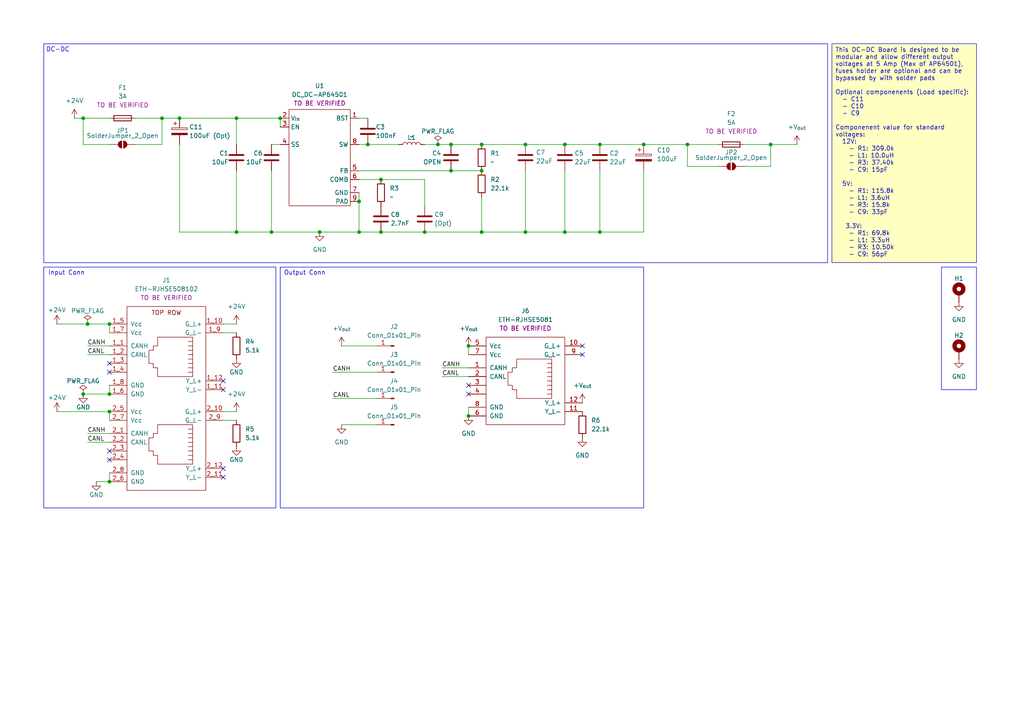
<source format=kicad_sch>
(kicad_sch (version 20231120) (generator "eeschema") (generator_version "8.0")
  (paper "A4")
  (lib_symbols
    (symbol "0_RoverLibrary:DC_DC-AP64501"
      (property "Reference" "U" (at 0 1.016 0))
      (property "Value" "DC_DC-AP64501" (at 0 -0.508 0))
      (property "STATUS" "TO BE VERIFIED" (at 0 -2.286 0))
      (symbol "DC_DC-AP64501_0_1"
        (rectangle (start -8.89 -3.81) (end 8.89 -31.75))
      )
      (symbol "DC_DC-AP64501_1_1"
        (pin passive line (at 11.43 -6.35 180) (length 2.54) (name "BST") (number "1"))
        (pin power_in line (at -11.43 -6.35 0) (length 2.54) (name "V_{in}") (number "2"))
        (pin input line (at -11.43 -8.89 0) (length 2.54) (name "EN") (number "3"))
        (pin passive line (at -11.43 -13.97 0) (length 2.54) (name "SS") (number "4"))
        (pin input line (at 11.43 -21.59 180) (length 2.54) (name "FB") (number "5"))
        (pin passive line (at 11.43 -24.13 180) (length 2.54) (name "COMB") (number "6"))
        (pin power_in line (at 11.43 -27.94 180) (length 2.54) (name "GND") (number "7"))
        (pin power_out line (at 11.43 -13.97 180) (length 2.54) (name "SW") (number "8"))
        (pin power_in line (at 11.43 -30.48 180) (length 2.54) (name "PAD") (number "9"))
      )
    )
    (symbol "0_RoverLibrary:ETH-RJHSE5081" (pin_names (offset 1.016))
      (property "Reference" "J" (at 0 9.144 0))
      (property "Value" "ETH-RJHSE5081" (at 0 6.858 0))
      (property "STATUS" "TO BE VERIFIED" (at 0.254 11.43 0))
      (symbol "ETH-RJHSE5081_0_1"
        (polyline (pts (xy 6.35 -3.81) (xy 7.62 -3.81)))
        (polyline (pts (xy 6.35 -2.54) (xy 7.62 -2.54)))
        (polyline (pts (xy 6.35 -5.08) (xy 7.62 -5.08) (xy 7.62 -5.08)))
        (polyline (pts (xy 7.62 -11.43) (xy 6.35 -11.43) (xy 6.35 -11.43)))
        (polyline (pts (xy 7.62 -10.16) (xy 6.35 -10.16) (xy 6.35 -10.16)))
        (polyline (pts (xy 7.62 -8.89) (xy 6.35 -8.89) (xy 6.35 -8.89)))
        (polyline (pts (xy 7.62 -7.62) (xy 6.35 -7.62) (xy 6.35 -7.62)))
        (polyline (pts (xy 7.62 -6.35) (xy 6.35 -6.35) (xy 6.35 -6.35)))
        (polyline (pts (xy 7.62 -12.7) (xy 7.62 -1.27) (xy -2.54 -1.27) (xy -2.54 -3.81) (xy -3.81 -3.81) (xy -3.81 -5.08) (xy -5.08 -5.08) (xy -5.08 -8.89) (xy -3.81 -8.89) (xy -3.81 -10.16) (xy -2.54 -10.16) (xy -2.54 -12.7) (xy 7.62 -12.7) (xy 7.62 -12.7)))
      )
      (symbol "ETH-RJHSE5081_1_1"
        (rectangle (start -11.43 5.08) (end 11.43 -20.32))
        (pin passive line (at -16.51 -3.81 0) (length 5.08) (name "CANH") (number "1"))
        (pin passive line (at 16.51 2.54 180) (length 5.08) (name "G_L+") (number "10"))
        (pin passive line (at 16.51 -16.51 180) (length 5.08) (name "Y_L-") (number "11"))
        (pin passive line (at 16.51 -13.97 180) (length 5.08) (name "Y_L+") (number "12"))
        (pin passive line (at -16.51 -6.35 0) (length 5.08) (name "CANL") (number "2"))
        (pin passive line (at -16.51 -8.89 0) (length 5.08) (name "~") (number "3"))
        (pin passive line (at -16.51 -11.43 0) (length 5.08) (name "~") (number "4"))
        (pin passive line (at -16.51 2.54 0) (length 5.08) (name "Vcc") (number "5"))
        (pin passive line (at -16.51 -17.78 0) (length 5.08) (name "GND") (number "6"))
        (pin passive line (at -16.51 0 0) (length 5.08) (name "Vcc") (number "7"))
        (pin passive line (at -16.51 -15.24 0) (length 5.08) (name "GND") (number "8"))
        (pin passive line (at 16.51 0 180) (length 5.08) (name "G_L-") (number "9"))
      )
    )
    (symbol "0_RoverLibrary:ETH-RJHSE508102" (pin_names (offset 1.016))
      (property "Reference" "J" (at 0 11.684 0))
      (property "Value" "ETH-RJHSE508102" (at 0 9.398 0))
      (property "STATUS" "TO BE VERIFIED" (at 0.254 13.97 0))
      (symbol "ETH-RJHSE508102_0_1"
        (polyline (pts (xy 6.35 -29.21) (xy 7.62 -29.21)))
        (polyline (pts (xy 6.35 -27.94) (xy 7.62 -27.94)))
        (polyline (pts (xy 6.35 -3.81) (xy 7.62 -3.81)))
        (polyline (pts (xy 6.35 -2.54) (xy 7.62 -2.54)))
        (polyline (pts (xy 6.35 -30.48) (xy 7.62 -30.48) (xy 7.62 -30.48)))
        (polyline (pts (xy 6.35 -5.08) (xy 7.62 -5.08) (xy 7.62 -5.08)))
        (polyline (pts (xy 7.62 -36.83) (xy 6.35 -36.83) (xy 6.35 -36.83)))
        (polyline (pts (xy 7.62 -35.56) (xy 6.35 -35.56) (xy 6.35 -35.56)))
        (polyline (pts (xy 7.62 -34.29) (xy 6.35 -34.29) (xy 6.35 -34.29)))
        (polyline (pts (xy 7.62 -33.02) (xy 6.35 -33.02) (xy 6.35 -33.02)))
        (polyline (pts (xy 7.62 -31.75) (xy 6.35 -31.75) (xy 6.35 -31.75)))
        (polyline (pts (xy 7.62 -11.43) (xy 6.35 -11.43) (xy 6.35 -11.43)))
        (polyline (pts (xy 7.62 -10.16) (xy 6.35 -10.16) (xy 6.35 -10.16)))
        (polyline (pts (xy 7.62 -8.89) (xy 6.35 -8.89) (xy 6.35 -8.89)))
        (polyline (pts (xy 7.62 -7.62) (xy 6.35 -7.62) (xy 6.35 -7.62)))
        (polyline (pts (xy 7.62 -6.35) (xy 6.35 -6.35) (xy 6.35 -6.35)))
        (polyline (pts (xy 7.62 -38.1) (xy 7.62 -26.67) (xy -2.54 -26.67) (xy -2.54 -29.21) (xy -3.81 -29.21) (xy -3.81 -30.48) (xy -5.08 -30.48) (xy -5.08 -34.29) (xy -3.81 -34.29) (xy -3.81 -35.56) (xy -2.54 -35.56) (xy -2.54 -38.1) (xy 7.62 -38.1) (xy 7.62 -38.1)))
        (polyline (pts (xy 7.62 -12.7) (xy 7.62 -1.27) (xy -2.54 -1.27) (xy -2.54 -3.81) (xy -3.81 -3.81) (xy -3.81 -5.08) (xy -5.08 -5.08) (xy -5.08 -8.89) (xy -3.81 -8.89) (xy -3.81 -10.16) (xy -2.54 -10.16) (xy -2.54 -12.7) (xy 7.62 -12.7) (xy 7.62 -12.7)))
      )
      (symbol "ETH-RJHSE508102_1_1"
        (rectangle (start -11.43 7.62) (end 11.43 -45.72))
        (text "TOP ROW" (at 0 5.842 0) (effects (font (size 1.27 1.27))))
        (pin passive line (at -16.51 -3.81 0) (length 5.08) (name "CANH") (number "1_1"))
        (pin passive line (at 16.51 2.54 180) (length 5.08) (name "G_L+") (number "1_10"))
        (pin passive line (at 16.51 -16.51 180) (length 5.08) (name "Y_L-") (number "1_11"))
        (pin passive line (at 16.51 -13.97 180) (length 5.08) (name "Y_L+") (number "1_12"))
        (pin passive line (at -16.51 -6.35 0) (length 5.08) (name "CANL") (number "1_2"))
        (pin passive line (at -16.51 -8.89 0) (length 5.08) (name "~") (number "1_3"))
        (pin passive line (at -16.51 -11.43 0) (length 5.08) (name "~") (number "1_4"))
        (pin passive line (at -16.51 2.54 0) (length 5.08) (name "Vcc") (number "1_5"))
        (pin passive line (at -16.51 -17.78 0) (length 5.08) (name "GND") (number "1_6"))
        (pin passive line (at -16.51 0 0) (length 5.08) (name "Vcc") (number "1_7"))
        (pin passive line (at -16.51 -15.24 0) (length 5.08) (name "GND") (number "1_8"))
        (pin passive line (at 16.51 0 180) (length 5.08) (name "G_L-") (number "1_9"))
        (pin passive line (at -16.51 -29.21 0) (length 5.08) (name "CANH") (number "2_1"))
        (pin passive line (at 16.51 -22.86 180) (length 5.08) (name "G_L+") (number "2_10"))
        (pin passive line (at 16.51 -41.91 180) (length 5.08) (name "Y_L-") (number "2_11"))
        (pin passive line (at 16.51 -39.37 180) (length 5.08) (name "Y_L+") (number "2_12"))
        (pin passive line (at -16.51 -31.75 0) (length 5.08) (name "CANL") (number "2_2"))
        (pin passive line (at -16.51 -34.29 0) (length 5.08) (name "~") (number "2_3"))
        (pin passive line (at -16.51 -36.83 0) (length 5.08) (name "~") (number "2_4"))
        (pin passive line (at -16.51 -22.86 0) (length 5.08) (name "Vcc") (number "2_5"))
        (pin passive line (at -16.51 -43.18 0) (length 5.08) (name "GND") (number "2_6"))
        (pin passive line (at -16.51 -25.4 0) (length 5.08) (name "Vcc") (number "2_7"))
        (pin passive line (at -16.51 -40.64 0) (length 5.08) (name "GND") (number "2_8"))
        (pin passive line (at 16.51 -25.4 180) (length 5.08) (name "G_L-") (number "2_9"))
      )
    )
    (symbol "0_RoverLibrary:FuseHolder-3588-20" (pin_numbers hide) (pin_names (offset 0))
      (property "Reference" "F" (at 2.032 0 90))
      (property "Value" "FuseHolder-3588-20" (at -1.905 0 90))
      (property "STATUS" "TO BE VERIFIED" (at -4.064 -0.254 90))
      (symbol "FuseHolder-3588-20_0_1"
        (rectangle (start -0.762 2.54) (end 0.762 -2.54) (stroke (width 0.254)))
        (polyline (pts (xy 0 2.54) (xy 0 -2.54)))
      )
      (symbol "FuseHolder-3588-20_1_1"
        (pin power_out line (at 0 3.81 270) (length 1.27) (name "~") (number "1"))
        (pin power_in line (at 0 -3.81 90) (length 1.27) (name "~") (number "2"))
      )
    )
    (symbol "0_RoverLibrary:MountingHole_Pad" (pin_numbers hide) (pin_names (offset 1.016) hide) (exclude_from_sim yes) (in_bom no)
      (property "Reference" "H" (at 0 6.35 0))
      (property "Value" "MountingHole_Pad" (at 0 4.445 0))
      (symbol "MountingHole_Pad_0_1"
        (circle (center 0 1.27) (radius 1.27) (stroke (width 1.27)))
      )
      (symbol "MountingHole_Pad_1_1"
        (pin input line (at 0 -2.54 90) (length 2.54) (name "1") (number "1"))
      )
    )
    (symbol "Connector:Conn_01x01_Pin" (pin_names (offset 1.016) hide)
      (property "Reference" "J" (at 0 2.54 0))
      (property "Value" "Conn_01x01_Pin" (at 0 -2.54 0))
      (symbol "Conn_01x01_Pin_1_1"
        (polyline (pts (xy 1.27 0) (xy 0.8636 0)) (stroke (width 0.1524)))
        (rectangle (start 0.8636 0.127) (end 0 -0.127) (stroke (width 0.1524)) (fill (type outline)))
        (pin passive line (at 5.08 0 180) (length 3.81) (name "Pin_1") (number "1"))
      )
    )
    (symbol "Device:C" (pin_numbers hide) (pin_names (offset 0.254))
      (property "Reference" "C" (at 0.635 2.54 0))
      (property "Value" "C" (at 0.635 -2.54 0))
      (symbol "C_0_1"
        (polyline (pts (xy -2.032 -0.762) (xy 2.032 -0.762)) (stroke (width 0.508)))
        (polyline (pts (xy -2.032 0.762) (xy 2.032 0.762)) (stroke (width 0.508)))
      )
      (symbol "C_1_1"
        (pin passive line (at 0 3.81 270) (length 2.794) (name "~") (number "1"))
        (pin passive line (at 0 -3.81 90) (length 2.794) (name "~") (number "2"))
      )
    )
    (symbol "Device:C_Polarized" (pin_numbers hide) (pin_names (offset 0.254))
      (property "Reference" "C" (at 0.635 2.54 0))
      (property "Value" "C_Polarized" (at 0.635 -2.54 0))
      (symbol "C_Polarized_0_1"
        (rectangle (start -2.286 0.508) (end 2.286 1.016))
        (polyline (pts (xy -1.778 2.286) (xy -0.762 2.286)))
        (polyline (pts (xy -1.27 2.794) (xy -1.27 1.778)))
        (rectangle (start 2.286 -0.508) (end -2.286 -1.016) (fill (type outline)))
      )
      (symbol "C_Polarized_1_1"
        (pin passive line (at 0 3.81 270) (length 2.794) (name "~") (number "1"))
        (pin passive line (at 0 -3.81 90) (length 2.794) (name "~") (number "2"))
      )
    )
    (symbol "Device:L" (pin_numbers hide) (pin_names (offset 1.016) hide)
      (property "Reference" "L" (at -1.27 0 90))
      (property "Value" "L" (at 1.905 0 90))
      (symbol "L_0_1"
        (arc (start 0 -2.54) (mid 0.6323 -1.905) (end 0 -1.27))
        (arc (start 0 -1.27) (mid 0.6323 -0.635) (end 0 0))
        (arc (start 0 0) (mid 0.6323 0.635) (end 0 1.27))
        (arc (start 0 1.27) (mid 0.6323 1.905) (end 0 2.54))
      )
      (symbol "L_1_1"
        (pin passive line (at 0 3.81 270) (length 1.27) (name "1") (number "1"))
        (pin passive line (at 0 -3.81 90) (length 1.27) (name "2") (number "2"))
      )
    )
    (symbol "Device:R" (pin_numbers hide) (pin_names (offset 0))
      (property "Reference" "R" (at 2.032 0 90))
      (property "Value" "R" (at 0 0 90))
      (symbol "R_0_1"
        (rectangle (start -1.016 -2.54) (end 1.016 2.54) (stroke (width 0.254)))
      )
      (symbol "R_1_1"
        (pin passive line (at 0 3.81 270) (length 1.27) (name "~") (number "1"))
        (pin passive line (at 0 -3.81 90) (length 1.27) (name "~") (number "2"))
      )
    )
    (symbol "Jumper:SolderJumper_2_Open" (pin_numbers hide) (pin_names (offset 0) hide) (exclude_from_sim yes) (in_bom no)
      (property "Reference" "JP" (at 0 2.032 0))
      (property "Value" "SolderJumper_2_Open" (at 0 -2.54 0))
      (symbol "SolderJumper_2_Open_0_1"
        (arc (start -0.254 1.016) (mid -1.2656 0) (end -0.254 -1.016))
        (arc (start -0.254 1.016) (mid -1.2656 0) (end -0.254 -1.016) (fill (type outline)))
        (polyline (pts (xy -0.254 1.016) (xy -0.254 -1.016)))
        (polyline (pts (xy 0.254 1.016) (xy 0.254 -1.016)))
        (arc (start 0.254 -1.016) (mid 1.2656 0) (end 0.254 1.016))
        (arc (start 0.254 -1.016) (mid 1.2656 0) (end 0.254 1.016) (fill (type outline)))
      )
      (symbol "SolderJumper_2_Open_1_1"
        (pin passive line (at -3.81 0 0) (length 2.54) (name "A") (number "1"))
        (pin passive line (at 3.81 0 180) (length 2.54) (name "B") (number "2"))
      )
    )
    (symbol "power:+24V" (power) (pin_numbers hide) (pin_names (offset 0) hide)
      (property "Value" "+24V" (at 0 3.556 0))
      (symbol "+24V_0_1"
        (polyline (pts (xy -0.762 1.27) (xy 0 2.54)))
        (polyline (pts (xy 0 0) (xy 0 2.54)))
        (polyline (pts (xy 0 2.54) (xy 0.762 1.27)))
      )
      (symbol "+24V_1_1"
        (pin power_in line (at 0 0 90) (length 0) (name "~") (number "1"))
      )
    )
    (symbol "power:+5V" (power) (pin_numbers hide) (pin_names (offset 0) hide)
      (property "Value" "+5V" (at 0 3.556 0))
      (symbol "+5V_0_1"
        (polyline (pts (xy -0.762 1.27) (xy 0 2.54)))
        (polyline (pts (xy 0 0) (xy 0 2.54)))
        (polyline (pts (xy 0 2.54) (xy 0.762 1.27)))
      )
      (symbol "+5V_1_1"
        (pin power_in line (at 0 0 90) (length 0) (name "~") (number "1"))
      )
    )
    (symbol "power:GND" (power) (pin_numbers hide) (pin_names (offset 0) hide)
      (property "Value" "GND" (at 0 -3.81 0))
      (symbol "GND_0_1"
        (polyline (pts (xy 0 0) (xy 0 -1.27) (xy 1.27 -1.27) (xy 0 -2.54) (xy -1.27 -1.27) (xy 0 -1.27)))
      )
      (symbol "GND_1_1"
        (pin power_in line (at 0 0 270) (length 0) (name "~") (number "1"))
      )
    )
    (symbol "power:PWR_FLAG" (power) (pin_numbers hide) (pin_names (offset 0) hide)
      (property "Value" "PWR_FLAG" (at 0 3.81 0))
      (symbol "PWR_FLAG_0_0"
        (pin power_out line (at 0 0 90) (length 0) (name "~") (number "1"))
      )
      (symbol "PWR_FLAG_0_1"
        (polyline (pts (xy 0 0) (xy 0 1.27) (xy -1.016 1.905) (xy 0 2.54) (xy 1.016 1.905) (xy 0 1.27)))
      )
    )
  )
  (junction (at 135.89 100.33))
  (junction (at 78.74 67.31))
  (junction (at 163.83 41.91))
  (junction (at 139.7 41.91))
  (junction (at 31.75 119.38))
  (junction (at 24.13 34.29))
  (junction (at 123.19 67.31))
  (junction (at 46.99 34.29))
  (junction (at 68.58 34.29))
  (junction (at 199.39 41.91))
  (junction (at 135.89 120.65))
  (junction (at 31.75 114.3))
  (junction (at 68.58 67.31))
  (junction (at 223.52 41.91))
  (junction (at 104.14 67.31))
  (junction (at 127 41.91))
  (junction (at 163.83 67.31))
  (junction (at 31.75 139.7))
  (junction (at 24.13 114.3))
  (junction (at 31.75 93.98))
  (junction (at 25.4 93.98))
  (junction (at 130.81 49.53))
  (junction (at 110.49 67.31))
  (junction (at 139.7 49.53))
  (junction (at 130.81 41.91))
  (junction (at 139.7 67.31))
  (junction (at 106.68 41.91))
  (junction (at 110.49 52.07))
  (junction (at 52.07 34.29))
  (junction (at 186.69 41.91))
  (junction (at 152.4 67.31))
  (junction (at 92.71 67.31))
  (junction (at 173.99 41.91))
  (junction (at 173.99 67.31))
  (junction (at 104.14 58.42))
  (junction (at 152.4 41.91))
  (junction (at 81.28 34.29))
  (no_connect (at 31.75 105.41))
  (no_connect (at 31.75 133.35))
  (no_connect (at 31.75 107.95))
  (no_connect (at 168.91 102.87))
  (no_connect (at 168.91 100.33))
  (no_connect (at 64.77 138.43))
  (no_connect (at 64.77 113.03))
  (no_connect (at 64.77 135.89))
  (no_connect (at 135.89 111.76))
  (no_connect (at 31.75 130.81))
  (no_connect (at 64.77 110.49))
  (no_connect (at 135.89 114.3))
  (wire (pts (xy 25.4 102.87) (xy 31.75 102.87)))
  (wire (pts (xy 123.19 67.31) (xy 110.49 67.31)))
  (wire (pts (xy 96.52 115.57) (xy 109.22 115.57)))
  (wire (pts (xy 31.75 111.76) (xy 31.75 114.3)))
  (wire (pts (xy 223.52 48.26) (xy 223.52 41.91)))
  (wire (pts (xy 130.81 41.91) (xy 139.7 41.91)))
  (wire (pts (xy 186.69 67.31) (xy 173.99 67.31)))
  (wire (pts (xy 78.74 41.91) (xy 81.28 41.91)))
  (wire (pts (xy 78.74 67.31) (xy 78.74 49.53)))
  (wire (pts (xy 186.69 49.53) (xy 186.69 67.31)))
  (wire (pts (xy 215.9 48.26) (xy 223.52 48.26)))
  (wire (pts (xy 16.51 119.38) (xy 31.75 119.38)))
  (wire (pts (xy 68.58 119.38) (xy 64.77 119.38)))
  (wire (pts (xy 25.4 125.73) (xy 31.75 125.73)))
  (wire (pts (xy 39.37 41.91) (xy 46.99 41.91)))
  (wire (pts (xy 46.99 34.29) (xy 52.07 34.29)))
  (wire (pts (xy 223.52 41.91) (xy 231.14 41.91)))
  (wire (pts (xy 92.71 67.31) (xy 104.14 67.31)))
  (wire (pts (xy 199.39 41.91) (xy 208.28 41.91)))
  (wire (pts (xy 68.58 93.98) (xy 64.77 93.98)))
  (wire (pts (xy 25.4 100.33) (xy 31.75 100.33)))
  (wire (pts (xy 99.06 100.33) (xy 109.22 100.33)))
  (wire (pts (xy 24.13 41.91) (xy 24.13 34.29)))
  (wire (pts (xy 139.7 41.91) (xy 152.4 41.91)))
  (wire (pts (xy 24.13 114.3) (xy 31.75 114.3)))
  (wire (pts (xy 104.14 55.88) (xy 104.14 58.42)))
  (wire (pts (xy 127 41.91) (xy 123.19 41.91)))
  (wire (pts (xy 27.94 139.7) (xy 31.75 139.7)))
  (wire (pts (xy 123.19 59.69) (xy 123.19 52.07)))
  (wire (pts (xy 81.28 34.29) (xy 81.28 36.83)))
  (wire (pts (xy 152.4 67.31) (xy 139.7 67.31)))
  (wire (pts (xy 123.19 52.07) (xy 110.49 52.07)))
  (wire (pts (xy 25.4 93.98) (xy 31.75 93.98)))
  (wire (pts (xy 68.58 41.91) (xy 68.58 34.29)))
  (wire (pts (xy 16.51 93.98) (xy 25.4 93.98)))
  (wire (pts (xy 52.07 67.31) (xy 68.58 67.31)))
  (wire (pts (xy 130.81 41.91) (xy 127 41.91)))
  (wire (pts (xy 104.14 67.31) (xy 110.49 67.31)))
  (wire (pts (xy 128.27 109.22) (xy 135.89 109.22)))
  (wire (pts (xy 163.83 41.91) (xy 173.99 41.91)))
  (wire (pts (xy 186.69 41.91) (xy 199.39 41.91)))
  (wire (pts (xy 163.83 67.31) (xy 163.83 49.53)))
  (wire (pts (xy 78.74 67.31) (xy 92.71 67.31)))
  (wire (pts (xy 135.89 100.33) (xy 135.89 102.87)))
  (wire (pts (xy 135.89 118.11) (xy 135.89 120.65)))
  (wire (pts (xy 68.58 96.52) (xy 64.77 96.52)))
  (wire (pts (xy 104.14 34.29) (xy 106.68 34.29)))
  (wire (pts (xy 99.06 123.19) (xy 109.22 123.19)))
  (wire (pts (xy 31.75 137.16) (xy 31.75 139.7)))
  (wire (pts (xy 152.4 67.31) (xy 163.83 67.31)))
  (wire (pts (xy 215.9 41.91) (xy 223.52 41.91)))
  (wire (pts (xy 31.75 93.98) (xy 31.75 96.52)))
  (wire (pts (xy 104.14 41.91) (xy 106.68 41.91)))
  (wire (pts (xy 31.75 119.38) (xy 31.75 121.92)))
  (wire (pts (xy 52.07 41.91) (xy 52.07 67.31)))
  (wire (pts (xy 104.14 58.42) (xy 104.14 67.31)))
  (wire (pts (xy 24.13 34.29) (xy 31.75 34.29)))
  (wire (pts (xy 208.28 48.26) (xy 199.39 48.26)))
  (wire (pts (xy 96.52 107.95) (xy 109.22 107.95)))
  (wire (pts (xy 68.58 34.29) (xy 81.28 34.29)))
  (wire (pts (xy 139.7 57.15) (xy 139.7 67.31)))
  (wire (pts (xy 106.68 41.91) (xy 115.57 41.91)))
  (wire (pts (xy 173.99 41.91) (xy 186.69 41.91)))
  (wire (pts (xy 152.4 41.91) (xy 163.83 41.91)))
  (wire (pts (xy 163.83 67.31) (xy 173.99 67.31)))
  (wire (pts (xy 173.99 67.31) (xy 173.99 49.53)))
  (wire (pts (xy 130.81 49.53) (xy 139.7 49.53)))
  (wire (pts (xy 139.7 67.31) (xy 123.19 67.31)))
  (wire (pts (xy 46.99 41.91) (xy 46.99 34.29)))
  (wire (pts (xy 25.4 128.27) (xy 31.75 128.27)))
  (wire (pts (xy 31.75 41.91) (xy 24.13 41.91)))
  (wire (pts (xy 199.39 48.26) (xy 199.39 41.91)))
  (wire (pts (xy 39.37 34.29) (xy 46.99 34.29)))
  (wire (pts (xy 68.58 49.53) (xy 68.58 67.31)))
  (wire (pts (xy 152.4 49.53) (xy 152.4 67.31)))
  (wire (pts (xy 128.27 106.68) (xy 135.89 106.68)))
  (wire (pts (xy 52.07 34.29) (xy 68.58 34.29)))
  (wire (pts (xy 21.59 34.29) (xy 24.13 34.29)))
  (wire (pts (xy 104.14 49.53) (xy 130.81 49.53)))
  (wire (pts (xy 104.14 52.07) (xy 110.49 52.07)))
  (wire (pts (xy 68.58 121.92) (xy 64.77 121.92)))
  (wire (pts (xy 68.58 67.31) (xy 78.74 67.31)))
  (rectangle (start 12.7 77.47) (end 80.01 147.32))
  (rectangle (start 12.7 12.7) (end 240.03 76.2))
  (rectangle (start 81.28 77.47) (end 186.69 147.32))
  (rectangle (start 273.05 77.47) (end 283.21 113.03))
  (text_box "This DC-DC Board is designed to be modular and allow different output voltages at 5 Amp (Max of AP64501), fuses holder are optional and can be bypassed by with solder pads\n\nOptional componenents (Load specific):\n  - C11\n  - C10\n  - C9\n\nComponenent value for standard voltages:\n  12V:\n    - R1: 309.0k\n    - L1: 10.0uH\n    - R3: 37.40k\n    - C9: 15pF\n\n  5V:\n    - R1: 115.8k\n    - L1: 3.6uH\n    - R3: 15.8k\n    - C9: 33pF\n\n   3.3V:\n    - R1: 69.8k\n    - L1: 3.3uH\n    - R3: 10.50k\n    - C9: 56pF" (at 241.3 12.7 0) (size 41.91 63.5) (fill (type color) (color 255 255 194 1)) (effects (font (size 1.27 1.27)) (justify left top)))
  (text "Input Conn" (at 19.304 79.248 0) (effects (font (size 1.27 1.27))))
  (text "DC-DC" (at 16.764 14.478 0) (effects (font (size 1.27 1.27))))
  (text "Output Conn" (at 88.392 79.248 0) (effects (font (size 1.27 1.27))))
  (label "CANH" (at 96.52 107.95 0))
  (label "CANH" (at 25.4 100.33 0))
  (label "CANL" (at 25.4 102.87 0))
  (label "CANH" (at 128.27 106.68 0))
  (label "CANL" (at 128.27 109.22 0))
  (label "CANH" (at 25.4 125.73 0))
  (label "CANL" (at 25.4 128.27 0))
  (label "CANL" (at 96.52 115.57 0))
  (symbol (lib_id "Device:C") (at 123.19 63.5 180) (unit 1)
    (property "Reference" "C9" (at 125.984 62.23 0) (effects (justify right)))
    (property "Value" "(Opt)" (at 125.984 64.77 0) (effects (justify right)))
    (property "Footprint" "Capacitor_SMD:C_0805_2012Metric_Pad1.18x1.45mm_HandSolder" (effects (hide yes)))
    (property "Description" "Unpolarized capacitor" (effects (hide yes)))
  )
  (symbol (lib_id "power:+24V") (at 68.58 119.38 0) (unit 1)
    (property "Reference" "#PWR015" (effects (hide yes)))
    (property "Value" "+24V" (at 68.58 114.3 0))
    (property "Description" "Power symbol creates a global label with name \"+24V\"" (effects (hide yes)))
  )
  (symbol (lib_id "Device:R") (at 68.58 125.73 180) (unit 1)
    (property "Reference" "R5" (at 71.12 124.4599 0) (effects (justify right)))
    (property "Value" "5.1k" (at 71.12 126.9999 0) (effects (justify right)))
    (property "Footprint" "Resistor_SMD:R_0805_2012Metric_Pad1.20x1.40mm_HandSolder" (effects (hide yes)))
    (property "Description" "Resistor" (effects (hide yes)))
  )
  (symbol (lib_id "power:GND") (at 27.94 139.7 0) (unit 1)
    (property "Reference" "#PWR012" (effects (hide yes)))
    (property "Value" "GND" (at 27.94 143.51 0))
    (property "Description" "Power symbol creates a global label with name \"GND\" , ground" (effects (hide yes)))
  )
  (symbol (lib_id "power:GND") (at 168.91 127 0) (unit 1)
    (property "Reference" "#PWR04" (effects (hide yes)))
    (property "Value" "GND" (at 168.91 132.08 0))
    (property "Description" "Power symbol creates a global label with name \"GND\" , ground" (effects (hide yes)))
  )
  (symbol (lib_id "Device:R") (at 110.49 55.88 0) (unit 1)
    (property "Reference" "R3" (at 113.03 54.6099 0) (effects (justify left)))
    (property "Value" "~" (at 113.03 57.1499 0) (effects (justify left)))
    (property "Footprint" "Resistor_SMD:R_0805_2012Metric" (effects (hide yes)))
    (property "Description" "Resistor" (effects (hide yes)))
  )
  (symbol (lib_id "power:+24V") (at 21.59 34.29 0) (unit 1)
    (property "Reference" "#PWR01" (effects (hide yes)))
    (property "Value" "+24V" (at 21.59 29.21 0))
    (property "Description" "Power symbol creates a global label with name \"+24V\"" (effects (hide yes)))
  )
  (symbol (lib_id "Device:C") (at 110.49 63.5 180) (unit 1)
    (property "Reference" "C8" (at 113.284 62.23 0) (effects (justify right)))
    (property "Value" "2.7nF" (at 113.284 64.77 0) (effects (justify right)))
    (property "Footprint" "Capacitor_SMD:C_0805_2012Metric_Pad1.18x1.45mm_HandSolder" (effects (hide yes)))
    (property "Description" "Unpolarized capacitor" (effects (hide yes)))
  )
  (symbol (lib_id "0_RoverLibrary:FuseHolder-3588-20") (at 212.09 41.91 270) (mirror x) (unit 1)
    (property "Reference" "F2" (at 212.09 33.02 90))
    (property "Value" "5A" (at 212.09 35.56 90))
    (property "Footprint" "RoverFootprint:FuseHolder-3588-20" (effects (hide yes)))
    (property "Description" "FuseHolder SMD 20A Max" (effects (hide yes)))
    (property "STATUS" "TO BE VERIFIED" (at 212.09 38.1 90))
  )
  (symbol (lib_id "Device:R") (at 168.91 123.19 0) (unit 1)
    (property "Reference" "R6" (at 171.45 121.9199 0) (effects (justify left)))
    (property "Value" "22.1k" (at 171.45 124.4599 0) (effects (justify left)))
    (property "Footprint" "Resistor_SMD:R_0805_2012Metric" (effects (hide yes)))
    (property "Description" "Resistor" (effects (hide yes)))
  )
  (symbol (lib_id "Connector:Conn_01x01_Pin") (at 114.3 115.57 0) (mirror y) (unit 1)
    (property "Reference" "J4" (at 114.3 110.49 0))
    (property "Value" "Conn_01x01_Pin" (at 114.3 113.03 0))
    (property "Footprint" "RoverFootprint:Pad_SMD_1x3mm" (effects (hide yes)))
    (property "Description" "Generic connector, single row, 01x01, script generated" (effects (hide yes)))
  )
  (symbol (lib_id "Device:C") (at 152.4 45.72 180) (unit 1)
    (property "Reference" "C7" (at 155.448 44.196 0) (effects (justify right)))
    (property "Value" "22uF" (at 155.448 46.736 0) (effects (justify right)))
    (property "Footprint" "Capacitor_SMD:C_0805_2012Metric_Pad1.18x1.45mm_HandSolder" (effects (hide yes)))
    (property "Description" "Unpolarized capacitor" (effects (hide yes)))
  )
  (symbol (lib_id "power:+5V") (at 231.14 41.91 0) (unit 1)
    (property "Reference" "#PWR08" (effects (hide yes)))
    (property "Value" "+V_{out}" (at 231.14 36.83 0))
    (property "Description" "Power symbol creates a global label with name \"+5V\"" (effects (hide yes)))
  )
  (symbol (lib_id "power:PWR_FLAG") (at 127 41.91 0) (unit 1)
    (property "Reference" "#FLG03" (effects (hide yes)))
    (property "Value" "PWR_FLAG" (at 127 38.1 0))
    (property "Description" "Special symbol for telling ERC where power comes from" (effects (hide yes)))
  )
  (symbol (lib_id "Device:R") (at 68.58 100.33 180) (unit 1)
    (property "Reference" "R4" (at 71.12 99.0599 0) (effects (justify right)))
    (property "Value" "5.1k" (at 71.12 101.5999 0) (effects (justify right)))
    (property "Footprint" "Resistor_SMD:R_0805_2012Metric_Pad1.20x1.40mm_HandSolder" (effects (hide yes)))
    (property "Description" "Resistor" (effects (hide yes)))
  )
  (symbol (lib_id "Device:R") (at 139.7 45.72 0) (unit 1)
    (property "Reference" "R1" (at 142.24 44.4499 0) (effects (justify left)))
    (property "Value" "~" (at 142.24 46.9899 0) (effects (justify left)))
    (property "Footprint" "Resistor_SMD:R_0805_2012Metric" (effects (hide yes)))
    (property "Description" "Resistor" (effects (hide yes)))
  )
  (symbol (lib_id "Device:C") (at 68.58 45.72 0) (mirror x) (unit 1)
    (property "Reference" "C1" (at 66.294 44.45 0) (effects (justify right)))
    (property "Value" "10uF" (at 66.294 46.99 0) (effects (justify right)))
    (property "Footprint" "Capacitor_SMD:C_0805_2012Metric_Pad1.18x1.45mm_HandSolder" (effects (hide yes)))
    (property "Description" "Unpolarized capacitor" (effects (hide yes)))
  )
  (symbol (lib_id "power:GND") (at 92.71 67.31 0) (unit 1)
    (property "Reference" "#PWR06" (effects (hide yes)))
    (property "Value" "GND" (at 92.71 72.39 0))
    (property "Description" "Power symbol creates a global label with name \"GND\" , ground" (effects (hide yes)))
  )
  (symbol (lib_id "0_RoverLibrary:DC_DC-AP64501") (at 92.71 27.94 0) (unit 1)
    (property "Reference" "U1" (at 92.71 24.892 0))
    (property "Value" "DC_DC-AP64501" (at 92.71 27.432 0))
    (property "Footprint" "Package_SO:SOIC-8-1EP_3.9x4.9mm_P1.27mm_EP2.29x3mm" (effects (hide yes)))
    (property "Datasheet" "https://www.diodes.com/assets/Datasheets/AP64501.pdf" (effects (hide yes)))
    (property "Description" "DC-DC 3.8V-40V 5A | Adj" (effects (hide yes)))
    (property "STATUS" "TO BE VERIFIED" (at 92.71 29.972 0))
    (property "Digikey" "https://www.digikey.ca/en/products/detail/diodes-incorporated/AP64501SP-13/10419715" (effects (hide yes)))
  )
  (symbol (lib_id "Device:C") (at 106.68 38.1 180) (unit 1)
    (property "Reference" "C3" (at 108.966 36.83 0) (effects (justify right)))
    (property "Value" "100nF" (at 108.966 39.37 0) (effects (justify right)))
    (property "Footprint" "Capacitor_SMD:C_0805_2012Metric_Pad1.18x1.45mm_HandSolder" (effects (hide yes)))
    (property "Description" "Unpolarized capacitor" (effects (hide yes)))
  )
  (symbol (lib_id "power:GND") (at 24.13 114.3 0) (unit 1)
    (property "Reference" "#PWR010" (effects (hide yes)))
    (property "Value" "GND" (at 24.13 118.11 0))
    (property "Description" "Power symbol creates a global label with name \"GND\" , ground" (effects (hide yes)))
  )
  (symbol (lib_id "power:+5V") (at 135.89 100.33 0) (unit 1)
    (property "Reference" "#PWR05" (effects (hide yes)))
    (property "Value" "+V_{out}" (at 135.89 95.25 0))
    (property "Description" "Power symbol creates a global label with name \"+5V\"" (effects (hide yes)))
  )
  (symbol (lib_id "0_RoverLibrary:FuseHolder-3588-20") (at 35.56 34.29 270) (mirror x) (unit 1)
    (property "Reference" "F1" (at 35.56 25.4 90))
    (property "Value" "3A" (at 35.56 27.94 90))
    (property "Footprint" "RoverFootprint:FuseHolder-3588-20" (effects (hide yes)))
    (property "Description" "FuseHolder SMD 20A Max" (effects (hide yes)))
    (property "STATUS" "TO BE VERIFIED" (at 35.56 30.48 90))
  )
  (symbol (lib_id "power:GND") (at 68.58 129.54 0) (unit 1)
    (property "Reference" "#PWR016" (effects (hide yes)))
    (property "Value" "GND" (at 68.58 133.35 0))
    (property "Description" "Power symbol creates a global label with name \"GND\" , ground" (effects (hide yes)))
  )
  (symbol (lib_id "Device:C") (at 163.83 45.72 180) (unit 1)
    (property "Reference" "C5" (at 166.624 44.45 0) (effects (justify right)))
    (property "Value" "22uF" (at 166.624 46.99 0) (effects (justify right)))
    (property "Footprint" "Capacitor_SMD:C_0805_2012Metric_Pad1.18x1.45mm_HandSolder" (effects (hide yes)))
    (property "Description" "Unpolarized capacitor" (effects (hide yes)))
  )
  (symbol (lib_id "power:+24V") (at 16.51 119.38 0) (unit 1)
    (property "Reference" "#PWR011" (effects (hide yes)))
    (property "Value" "+24V" (at 16.51 115.316 0))
    (property "Description" "Power symbol creates a global label with name \"+24V\"" (effects (hide yes)))
  )
  (symbol (lib_id "Connector:Conn_01x01_Pin") (at 114.3 107.95 0) (mirror y) (unit 1)
    (property "Reference" "J3" (at 114.3 102.87 0))
    (property "Value" "Conn_01x01_Pin" (at 114.3 105.41 0))
    (property "Footprint" "RoverFootprint:Pad_SMD_1x3mm" (effects (hide yes)))
    (property "Description" "Generic connector, single row, 01x01, script generated" (effects (hide yes)))
  )
  (symbol (lib_id "Device:C") (at 173.99 45.72 180) (unit 1)
    (property "Reference" "C2" (at 176.784 44.45 0) (effects (justify right)))
    (property "Value" "22uF" (at 176.784 46.99 0) (effects (justify right)))
    (property "Footprint" "Capacitor_SMD:C_0805_2012Metric_Pad1.18x1.45mm_HandSolder" (effects (hide yes)))
    (property "Description" "Unpolarized capacitor" (effects (hide yes)))
  )
  (symbol (lib_id "power:GND") (at 135.89 120.65 0) (unit 1)
    (property "Reference" "#PWR03" (effects (hide yes)))
    (property "Value" "GND" (at 135.89 125.73 0))
    (property "Description" "Power symbol creates a global label with name \"GND\" , ground" (effects (hide yes)))
  )
  (symbol (lib_id "power:+5V") (at 99.06 100.33 0) (unit 1)
    (property "Reference" "#PWR07" (effects (hide yes)))
    (property "Value" "+V_{out}" (at 99.06 95.25 0))
    (property "Description" "Power symbol creates a global label with name \"+5V\"" (effects (hide yes)))
  )
  (symbol (lib_id "Device:C_Polarized") (at 52.07 38.1 0) (unit 1)
    (property "Reference" "C11" (at 54.864 36.83 0) (effects (justify left)))
    (property "Value" "100uF (Opt)" (at 54.864 39.37 0) (effects (justify left)))
    (property "Footprint" "Capacitor_SMD:CP_Elec_6.3x7.7" (effects (hide yes)))
    (property "Description" "Polarized capacitor" (effects (hide yes)))
  )
  (symbol (lib_id "Device:C") (at 130.81 45.72 0) (mirror x) (unit 1)
    (property "Reference" "C4" (at 128.016 44.45 0) (effects (justify right)))
    (property "Value" "OPEN" (at 128.016 46.99 0) (effects (justify right)))
    (property "Footprint" "Capacitor_SMD:C_0805_2012Metric_Pad1.18x1.45mm_HandSolder" (effects (hide yes)))
    (property "Description" "Unpolarized capacitor" (effects (hide yes)))
  )
  (symbol (lib_id "Jumper:SolderJumper_2_Open") (at 212.09 48.26 0) (unit 1) (exclude_from_sim yes) (in_bom no)
    (property "Reference" "JP2" (at 212.09 44.196 0))
    (property "Value" "SolderJumper_2_Open" (at 212.09 45.72 0))
    (property "Footprint" "Jumper:SolderJumper-2_P1.3mm_Open_TrianglePad1.0x1.5mm" (effects (hide yes)))
    (property "Description" "Solder Jumper, 2-pole, open" (effects (hide yes)))
  )
  (symbol (lib_id "Device:C") (at 78.74 45.72 0) (mirror x) (unit 1)
    (property "Reference" "C6" (at 76.2 44.45 0) (effects (justify right)))
    (property "Value" "10uF" (at 76.2 46.99 0) (effects (justify right)))
    (property "Footprint" "Capacitor_SMD:C_0805_2012Metric_Pad1.18x1.45mm_HandSolder" (effects (hide yes)))
    (property "Description" "Unpolarized capacitor" (effects (hide yes)))
  )
  (symbol (lib_id "power:GND") (at 99.06 123.19 0) (unit 1)
    (property "Reference" "#PWR018" (effects (hide yes)))
    (property "Value" "GND" (at 99.06 128.27 0))
    (property "Description" "Power symbol creates a global label with name \"GND\" , ground" (effects (hide yes)))
  )
  (symbol (lib_id "0_RoverLibrary:MountingHole_Pad") (at 278.13 101.6 0) (unit 1) (exclude_from_sim yes) (in_bom no)
    (property "Reference" "H2" (at 278.13 97.282 0))
    (property "Value" "MountingHole_Pad" (effects (hide yes)))
    (property "Footprint" "MountingHole:MountingHole_3.2mm_M3_DIN965_Pad_TopBottom" (effects (hide yes)))
    (property "Description" "Mounting Hole with connection" (effects (hide yes)))
  )
  (symbol (lib_id "Connector:Conn_01x01_Pin") (at 114.3 123.19 0) (mirror y) (unit 1)
    (property "Reference" "J5" (at 114.3 118.11 0))
    (property "Value" "Conn_01x01_Pin" (at 114.3 120.65 0))
    (property "Footprint" "RoverFootprint:Pad_SMD_1x3mm" (effects (hide yes)))
    (property "Description" "Generic connector, single row, 01x01, script generated" (effects (hide yes)))
  )
  (symbol (lib_id "0_RoverLibrary:MountingHole_Pad") (at 278.13 85.09 0) (unit 1) (exclude_from_sim yes) (in_bom no)
    (property "Reference" "H1" (at 278.13 80.772 0))
    (property "Value" "MountingHole_Pad" (effects (hide yes)))
    (property "Footprint" "MountingHole:MountingHole_3.2mm_M3_DIN965_Pad_TopBottom" (effects (hide yes)))
    (property "Description" "Mounting Hole with connection" (effects (hide yes)))
  )
  (symbol (lib_id "0_RoverLibrary:ETH-RJHSE508102") (at 48.26 96.52 0) (unit 1)
    (property "Reference" "J1" (at 48.26 81.28 0))
    (property "Value" "ETH-RJHSE508102" (at 48.26 83.82 0))
    (property "Footprint" "RoverFootprint:ETH-RJHSE508102" (effects (hide yes)))
    (property "Description" "RJ connector, 8P8C (8 positions 8 connected), RJ31/RJ32/RJ33/RJ34/RJ35/RJ41/RJ45/RJ49/RJ61" (effects (hide yes)))
    (property "STATUS" "TO BE VERIFIED" (at 48.26 86.36 0))
  )
  (symbol (lib_id "power:PWR_FLAG") (at 25.4 93.98 0) (unit 1)
    (property "Reference" "#FLG01" (effects (hide yes)))
    (property "Value" "PWR_FLAG" (at 25.4 90.17 0))
    (property "Description" "Special symbol for telling ERC where power comes from" (effects (hide yes)))
  )
  (symbol (lib_id "power:+24V") (at 68.58 93.98 0) (unit 1)
    (property "Reference" "#PWR013" (effects (hide yes)))
    (property "Value" "+24V" (at 68.58 88.9 0))
    (property "Description" "Power symbol creates a global label with name \"+24V\"" (effects (hide yes)))
  )
  (symbol (lib_id "power:PWR_FLAG") (at 24.13 114.3 0) (unit 1)
    (property "Reference" "#FLG02" (effects (hide yes)))
    (property "Value" "PWR_FLAG" (at 24.13 110.49 0))
    (property "Description" "Special symbol for telling ERC where power comes from" (effects (hide yes)))
  )
  (symbol (lib_id "Device:C_Polarized") (at 186.69 45.72 0) (unit 1)
    (property "Reference" "C10" (at 190.5 43.5609 0) (effects (justify left)))
    (property "Value" "100uF" (at 190.5 46.1009 0) (effects (justify left)))
    (property "Footprint" "Capacitor_SMD:CP_Elec_6.3x7.7" (effects (hide yes)))
    (property "Description" "Polarized capacitor" (effects (hide yes)))
  )
  (symbol (lib_id "power:GND") (at 278.13 104.14 0) (unit 1)
    (property "Reference" "#PWR019" (effects (hide yes)))
    (property "Value" "GND" (at 278.13 109.22 0))
    (property "Description" "Power symbol creates a global label with name \"GND\" , ground" (effects (hide yes)))
  )
  (symbol (lib_id "Jumper:SolderJumper_2_Open") (at 35.56 41.91 0) (unit 1) (exclude_from_sim yes) (in_bom no)
    (property "Reference" "JP1" (at 35.56 37.846 0))
    (property "Value" "SolderJumper_2_Open" (at 35.56 39.37 0))
    (property "Footprint" "Jumper:SolderJumper-2_P1.3mm_Open_TrianglePad1.0x1.5mm" (effects (hide yes)))
    (property "Description" "Solder Jumper, 2-pole, open" (effects (hide yes)))
  )
  (symbol (lib_id "power:+5V") (at 168.91 116.84 0) (unit 1)
    (property "Reference" "#PWR02" (effects (hide yes)))
    (property "Value" "+V_{out}" (at 168.91 111.76 0))
    (property "Description" "Power symbol creates a global label with name \"+5V\"" (effects (hide yes)))
  )
  (symbol (lib_id "Device:R") (at 139.7 53.34 0) (unit 1)
    (property "Reference" "R2" (at 142.24 52.0699 0) (effects (justify left)))
    (property "Value" "22.1k" (at 142.24 54.6099 0) (effects (justify left)))
    (property "Footprint" "Resistor_SMD:R_0805_2012Metric" (effects (hide yes)))
    (property "Description" "Resistor" (effects (hide yes)))
  )
  (symbol (lib_id "0_RoverLibrary:ETH-RJHSE5081") (at 152.4 102.87 0) (unit 1)
    (property "Reference" "J6" (at 152.4 90.17 0))
    (property "Value" "ETH-RJHSE5081" (at 152.4 92.71 0))
    (property "Footprint" "RoverFootprint:ETH-RJHSE5081" (effects (hide yes)))
    (property "Description" "RJ connector, 8P8C (8 positions 8 connected), RJ31/RJ32/RJ33/RJ34/RJ35/RJ41/RJ45/RJ49/RJ61" (effects (hide yes)))
    (property "STATUS" "TO BE VERIFIED" (at 152.4 95.25 0))
  )
  (symbol (lib_id "power:GND") (at 278.13 87.63 0) (unit 1)
    (property "Reference" "#PWR017" (effects (hide yes)))
    (property "Value" "GND" (at 278.13 92.71 0))
    (property "Description" "Power symbol creates a global label with name \"GND\" , ground" (effects (hide yes)))
  )
  (symbol (lib_id "power:+24V") (at 16.51 93.98 0) (unit 1)
    (property "Reference" "#PWR09" (effects (hide yes)))
    (property "Value" "+24V" (at 16.51 89.916 0))
    (property "Description" "Power symbol creates a global label with name \"+24V\"" (effects (hide yes)))
  )
  (symbol (lib_id "Connector:Conn_01x01_Pin") (at 114.3 100.33 0) (mirror y) (unit 1)
    (property "Reference" "J2" (at 114.3 94.742 0))
    (property "Value" "Conn_01x01_Pin" (at 114.3 97.282 0))
    (property "Footprint" "RoverFootprint:Pad_SMD_1x3mm" (effects (hide yes)))
    (property "Description" "Generic connector, single row, 01x01, script generated" (effects (hide yes)))
  )
  (symbol (lib_id "Device:L") (at 119.38 41.91 90) (unit 1)
    (property "Reference" "L1" (at 119.38 39.878 90))
    (property "Value" "~" (at 119.38 39.624 90))
    (property "Footprint" "Inductor_SMD:L_SXN_SMDRI125" (effects (hide yes)))
    (property "Description" "Inductor" (effects (hide yes)))
  )
  (symbol (lib_id "power:GND") (at 68.58 104.14 0) (unit 1)
    (property "Reference" "#PWR014" (effects (hide yes)))
    (property "Value" "GND" (at 68.58 107.95 0))
    (property "Description" "Power symbol creates a global label with name \"GND\" , ground" (effects (hide yes)))
  )
)
</source>
